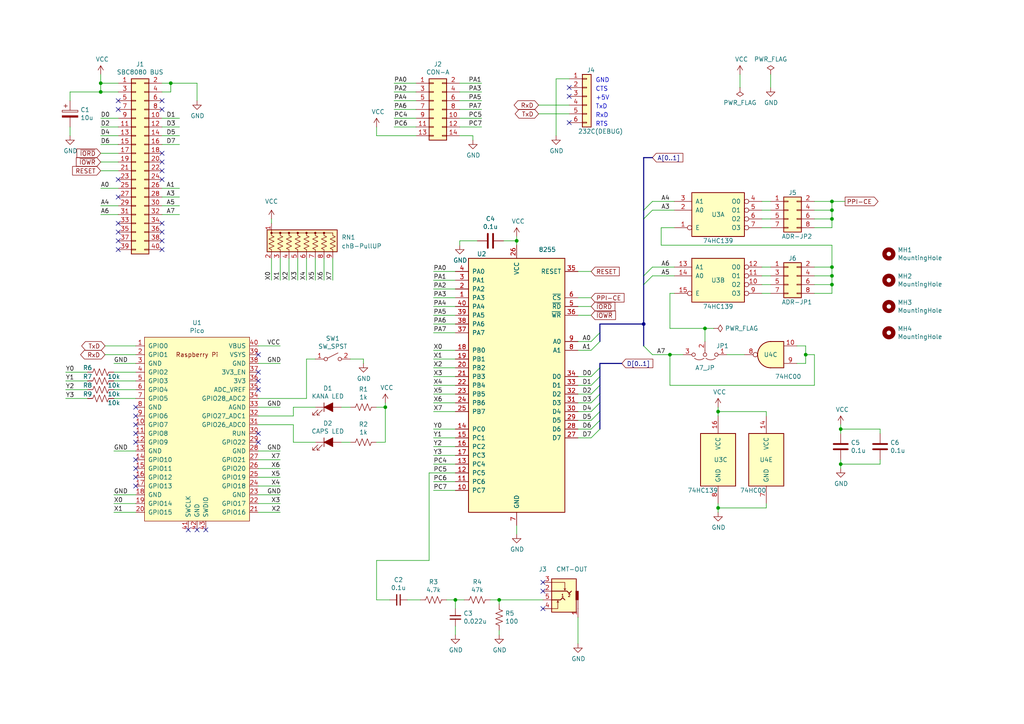
<source format=kicad_sch>
(kicad_sch (version 20211123) (generator eeschema)
  (paper "A4")
  (title_block (title "KZ80 USB-MSX Keyboard Adapter") (date "2021-08-08") (rev "2") (company "KUNI-NET"))
  (junction (at 194.31 102.87))
  (junction (at 241.3 58.42))
  (junction (at 111.76 118.11))
  (junction (at 29.21 24.13))
  (junction (at 144.78 173.99))
  (junction (at 204.47 95.25))
  (junction (at 243.84 134.62))
  (junction (at 132.08 173.99))
  (junction (at 49.53 24.13))
  (junction (at 241.3 77.47))
  (junction (at 241.3 82.55))
  (junction (at 29.21 26.67))
  (junction (at 243.84 124.46))
  (junction (at 241.3 80.01))
  (junction (at 208.28 119.38))
  (junction (at 208.28 147.32))
  (junction (at 186.69 93.98))
  (junction (at 233.68 102.87))
  (junction (at 241.3 60.96))
  (junction (at 149.86 69.85))
  (junction (at 241.3 63.5))
  (no_connect (at 46.99 52.07))
  (no_connect (at 46.99 44.45))
  (no_connect (at 34.29 29.21))
  (no_connect (at 39.37 138.43))
  (no_connect (at 34.29 64.77))
  (no_connect (at 34.29 67.31))
  (no_connect (at 39.37 118.11))
  (no_connect (at 39.37 120.65))
  (no_connect (at 74.93 102.87))
  (no_connect (at 57.15 153.67))
  (no_connect (at 54.61 153.67))
  (no_connect (at 46.99 46.99))
  (no_connect (at 39.37 133.35))
  (no_connect (at 46.99 69.85))
  (no_connect (at 157.48 168.91))
  (no_connect (at 39.37 125.73))
  (no_connect (at 34.29 72.39))
  (no_connect (at 165.1 25.4))
  (no_connect (at 157.48 176.53))
  (no_connect (at 74.93 125.73))
  (no_connect (at 34.29 52.07))
  (no_connect (at 74.93 128.27))
  (no_connect (at 34.29 69.85))
  (no_connect (at 39.37 135.89))
  (no_connect (at 46.99 29.21))
  (no_connect (at 165.1 35.56))
  (no_connect (at 165.1 27.94))
  (no_connect (at 34.29 31.75))
  (no_connect (at 34.29 57.15))
  (no_connect (at 46.99 49.53))
  (no_connect (at 46.99 72.39))
  (no_connect (at 39.37 140.97))
  (no_connect (at 74.93 107.95))
  (no_connect (at 157.48 171.45))
  (no_connect (at 74.93 110.49))
  (no_connect (at 39.37 128.27))
  (no_connect (at 74.93 113.03))
  (no_connect (at 46.99 64.77))
  (no_connect (at 39.37 123.19))
  (no_connect (at 46.99 31.75))
  (no_connect (at 59.69 153.67))
  (no_connect (at 46.99 67.31))
  (bus_entry (at 186.69 100.33) (size 2.54 2.54))
  (bus_entry (at 171.45 101.6) (size 2.54 -2.54))
  (bus_entry (at 171.45 121.92) (size 2.54 -2.54))
  (bus_entry (at 171.45 111.76) (size 2.54 -2.54))
  (bus_entry (at 171.45 109.22) (size 2.54 -2.54))
  (bus_entry (at 171.45 114.3) (size 2.54 -2.54))
  (bus_entry (at 186.69 63.5) (size 2.54 -2.54))
  (bus_entry (at 186.69 80.01) (size 2.54 -2.54))
  (bus_entry (at 171.45 119.38) (size 2.54 -2.54))
  (bus_entry (at 171.45 116.84) (size 2.54 -2.54))
  (bus_entry (at 171.45 127) (size 2.54 -2.54))
  (bus_entry (at 186.69 60.96) (size 2.54 -2.54))
  (bus_entry (at 171.45 99.06) (size 2.54 -2.54))
  (bus_entry (at 171.45 124.46) (size 2.54 -2.54))
  (bus_entry (at 186.69 82.55) (size 2.54 -2.54))
  (wire (pts (xy 220.98 58.42) (xy 223.52 58.42)))
  (wire (pts (xy 81.28 146.05) (xy 74.93 146.05)))
  (wire (pts (xy 85.09 128.27) (xy 91.44 128.27)))
  (bus (pts (xy 173.99 114.3) (xy 173.99 116.84)))
  (wire (pts (xy 208.28 147.32) (xy 208.28 148.59)))
  (wire (pts (xy 195.58 66.04) (xy 191.77 66.04)))
  (wire (pts (xy 167.64 121.92) (xy 171.45 121.92)))
  (wire (pts (xy 167.64 109.22) (xy 171.45 109.22)))
  (wire (pts (xy 142.24 173.99) (xy 144.78 173.99)))
  (wire (pts (xy 74.93 100.33) (xy 81.28 100.33)))
  (wire (pts (xy 167.64 91.44) (xy 171.45 91.44)))
  (wire (pts (xy 81.28 140.97) (xy 74.93 140.97)))
  (wire (pts (xy 46.99 57.15) (xy 52.07 57.15)))
  (wire (pts (xy 114.3 36.83) (xy 120.65 36.83)))
  (wire (pts (xy 29.21 41.91) (xy 34.29 41.91)))
  (wire (pts (xy 83.82 81.28) (xy 83.82 74.93)))
  (bus (pts (xy 173.99 93.98) (xy 186.69 93.98)))
  (wire (pts (xy 114.3 34.29) (xy 120.65 34.29)))
  (wire (pts (xy 33.02 107.95) (xy 39.37 107.95)))
  (wire (pts (xy 29.21 59.69) (xy 34.29 59.69)))
  (wire (pts (xy 88.9 81.28) (xy 88.9 74.93)))
  (wire (pts (xy 220.98 80.01) (xy 223.52 80.01)))
  (wire (pts (xy 29.21 26.67) (xy 34.29 26.67)))
  (wire (pts (xy 167.64 88.9) (xy 171.45 88.9)))
  (wire (pts (xy 243.84 133.35) (xy 243.84 134.62)))
  (wire (pts (xy 99.06 118.11) (xy 101.6 118.11)))
  (wire (pts (xy 222.25 147.32) (xy 222.25 146.05)))
  (wire (pts (xy 125.73 109.22) (xy 132.08 109.22)))
  (wire (pts (xy 167.64 127) (xy 171.45 127)))
  (wire (pts (xy 33.02 148.59) (xy 39.37 148.59)))
  (wire (pts (xy 88.9 115.57) (xy 74.93 115.57)))
  (wire (pts (xy 125.73 83.82) (xy 132.08 83.82)))
  (wire (pts (xy 233.68 102.87) (xy 233.68 105.41)))
  (wire (pts (xy 167.64 111.76) (xy 171.45 111.76)))
  (wire (pts (xy 220.98 77.47) (xy 223.52 77.47)))
  (wire (pts (xy 74.93 143.51) (xy 81.28 143.51)))
  (wire (pts (xy 133.35 34.29) (xy 139.7 34.29)))
  (wire (pts (xy 124.46 162.56) (xy 109.22 162.56)))
  (wire (pts (xy 189.23 58.42) (xy 195.58 58.42)))
  (wire (pts (xy 20.32 26.67) (xy 29.21 26.67)))
  (wire (pts (xy 144.78 173.99) (xy 144.78 175.26)))
  (wire (pts (xy 208.28 119.38) (xy 208.28 120.65)))
  (wire (pts (xy 233.68 100.33) (xy 233.68 102.87)))
  (wire (pts (xy 114.3 26.67) (xy 120.65 26.67)))
  (wire (pts (xy 214.63 21.59) (xy 214.63 25.4)))
  (wire (pts (xy 241.3 80.01) (xy 241.3 82.55)))
  (bus (pts (xy 186.69 45.72) (xy 186.69 60.96)))
  (wire (pts (xy 81.28 135.89) (xy 74.93 135.89)))
  (wire (pts (xy 125.73 129.54) (xy 132.08 129.54)))
  (wire (pts (xy 93.98 81.28) (xy 93.98 74.93)))
  (wire (pts (xy 133.35 69.85) (xy 138.43 69.85)))
  (wire (pts (xy 132.08 181.61) (xy 132.08 184.15)))
  (wire (pts (xy 125.73 78.74) (xy 132.08 78.74)))
  (wire (pts (xy 125.73 104.14) (xy 132.08 104.14)))
  (wire (pts (xy 49.53 26.67) (xy 49.53 24.13)))
  (wire (pts (xy 125.73 88.9) (xy 132.08 88.9)))
  (wire (pts (xy 241.3 77.47) (xy 241.3 80.01)))
  (bus (pts (xy 189.23 45.72) (xy 186.69 45.72)))
  (wire (pts (xy 33.02 143.51) (xy 39.37 143.51)))
  (wire (pts (xy 29.21 62.23) (xy 34.29 62.23)))
  (wire (pts (xy 144.78 182.88) (xy 144.78 184.15)))
  (wire (pts (xy 220.98 63.5) (xy 223.52 63.5)))
  (wire (pts (xy 220.98 82.55) (xy 223.52 82.55)))
  (bus (pts (xy 173.99 105.41) (xy 173.99 106.68)))
  (wire (pts (xy 46.99 62.23) (xy 52.07 62.23)))
  (wire (pts (xy 132.08 173.99) (xy 134.62 173.99)))
  (wire (pts (xy 46.99 41.91) (xy 52.07 41.91)))
  (wire (pts (xy 78.74 63.5) (xy 78.74 64.77)))
  (wire (pts (xy 19.05 113.03) (xy 25.4 113.03)))
  (wire (pts (xy 29.21 39.37) (xy 34.29 39.37)))
  (wire (pts (xy 91.44 81.28) (xy 91.44 74.93)))
  (wire (pts (xy 105.41 104.14) (xy 105.41 105.41)))
  (wire (pts (xy 109.22 162.56) (xy 109.22 173.99)))
  (wire (pts (xy 231.14 100.33) (xy 233.68 100.33)))
  (wire (pts (xy 208.28 146.05) (xy 208.28 147.32)))
  (wire (pts (xy 19.05 107.95) (xy 25.4 107.95)))
  (wire (pts (xy 194.31 102.87) (xy 194.31 111.76)))
  (wire (pts (xy 236.22 111.76) (xy 236.22 102.87)))
  (wire (pts (xy 194.31 95.25) (xy 204.47 95.25)))
  (wire (pts (xy 243.84 123.19) (xy 243.84 124.46)))
  (wire (pts (xy 46.99 26.67) (xy 49.53 26.67)))
  (wire (pts (xy 74.93 123.19) (xy 85.09 123.19)))
  (wire (pts (xy 29.21 21.59) (xy 29.21 24.13)))
  (wire (pts (xy 146.05 69.85) (xy 149.86 69.85)))
  (wire (pts (xy 125.73 81.28) (xy 132.08 81.28)))
  (wire (pts (xy 204.47 95.25) (xy 207.01 95.25)))
  (wire (pts (xy 125.73 134.62) (xy 132.08 134.62)))
  (wire (pts (xy 149.86 69.85) (xy 149.86 71.12)))
  (wire (pts (xy 29.21 54.61) (xy 34.29 54.61)))
  (wire (pts (xy 129.54 173.99) (xy 132.08 173.99)))
  (wire (pts (xy 125.73 132.08) (xy 132.08 132.08)))
  (wire (pts (xy 132.08 173.99) (xy 132.08 176.53)))
  (wire (pts (xy 241.3 58.42) (xy 241.3 60.96)))
  (wire (pts (xy 114.3 24.13) (xy 120.65 24.13)))
  (wire (pts (xy 96.52 81.28) (xy 96.52 74.93)))
  (wire (pts (xy 236.22 60.96) (xy 241.3 60.96)))
  (wire (pts (xy 114.3 29.21) (xy 120.65 29.21)))
  (wire (pts (xy 167.64 78.74) (xy 171.45 78.74)))
  (bus (pts (xy 173.99 109.22) (xy 173.99 111.76)))
  (wire (pts (xy 220.98 60.96) (xy 223.52 60.96)))
  (wire (pts (xy 191.77 66.04) (xy 191.77 71.12)))
  (wire (pts (xy 109.22 36.83) (xy 109.22 39.37)))
  (wire (pts (xy 245.11 58.42) (xy 241.3 58.42)))
  (wire (pts (xy 33.02 110.49) (xy 39.37 110.49)))
  (wire (pts (xy 74.93 148.59) (xy 81.28 148.59)))
  (wire (pts (xy 133.35 31.75) (xy 139.7 31.75)))
  (wire (pts (xy 223.52 21.59) (xy 223.52 25.4)))
  (wire (pts (xy 30.48 102.87) (xy 39.37 102.87)))
  (wire (pts (xy 33.02 115.57) (xy 39.37 115.57)))
  (wire (pts (xy 243.84 124.46) (xy 255.27 124.46)))
  (wire (pts (xy 20.32 36.83) (xy 20.32 39.37)))
  (wire (pts (xy 33.02 113.03) (xy 39.37 113.03)))
  (wire (pts (xy 91.44 104.14) (xy 88.9 104.14)))
  (wire (pts (xy 109.22 39.37) (xy 120.65 39.37)))
  (wire (pts (xy 167.64 101.6) (xy 171.45 101.6)))
  (wire (pts (xy 133.35 39.37) (xy 137.16 39.37)))
  (bus (pts (xy 173.99 116.84) (xy 173.99 119.38)))
  (wire (pts (xy 167.64 124.46) (xy 171.45 124.46)))
  (wire (pts (xy 49.53 24.13) (xy 57.15 24.13)))
  (wire (pts (xy 125.73 116.84) (xy 132.08 116.84)))
  (wire (pts (xy 85.09 123.19) (xy 85.09 128.27)))
  (wire (pts (xy 29.21 24.13) (xy 29.21 26.67)))
  (wire (pts (xy 33.02 105.41) (xy 39.37 105.41)))
  (wire (pts (xy 125.73 139.7) (xy 132.08 139.7)))
  (wire (pts (xy 189.23 80.01) (xy 195.58 80.01)))
  (wire (pts (xy 109.22 118.11) (xy 111.76 118.11)))
  (wire (pts (xy 46.99 54.61) (xy 52.07 54.61)))
  (wire (pts (xy 85.09 120.65) (xy 85.09 118.11)))
  (wire (pts (xy 144.78 173.99) (xy 157.48 173.99)))
  (wire (pts (xy 29.21 34.29) (xy 34.29 34.29)))
  (wire (pts (xy 137.16 39.37) (xy 137.16 40.64)))
  (wire (pts (xy 194.31 85.09) (xy 194.31 95.25)))
  (wire (pts (xy 149.86 152.4) (xy 149.86 154.94)))
  (bus (pts (xy 173.99 93.98) (xy 173.99 96.52)))
  (wire (pts (xy 57.15 24.13) (xy 57.15 29.21)))
  (wire (pts (xy 243.84 134.62) (xy 243.84 135.89)))
  (wire (pts (xy 46.99 34.29) (xy 52.07 34.29)))
  (wire (pts (xy 125.73 111.76) (xy 132.08 111.76)))
  (wire (pts (xy 125.73 142.24) (xy 132.08 142.24)))
  (wire (pts (xy 29.21 49.53) (xy 34.29 49.53)))
  (wire (pts (xy 125.73 96.52) (xy 132.08 96.52)))
  (wire (pts (xy 133.35 71.12) (xy 133.35 69.85)))
  (wire (pts (xy 33.02 130.81) (xy 39.37 130.81)))
  (wire (pts (xy 118.11 173.99) (xy 121.92 173.99)))
  (wire (pts (xy 81.28 138.43) (xy 74.93 138.43)))
  (wire (pts (xy 85.09 118.11) (xy 91.44 118.11)))
  (wire (pts (xy 194.31 102.87) (xy 198.12 102.87)))
  (wire (pts (xy 191.77 71.12) (xy 241.3 71.12)))
  (wire (pts (xy 74.93 118.11) (xy 81.28 118.11)))
  (wire (pts (xy 241.3 63.5) (xy 241.3 66.04)))
  (wire (pts (xy 81.28 81.28) (xy 81.28 74.93)))
  (wire (pts (xy 125.73 106.68) (xy 132.08 106.68)))
  (wire (pts (xy 171.45 86.36) (xy 167.64 86.36)))
  (bus (pts (xy 186.69 80.01) (xy 186.69 82.55)))
  (bus (pts (xy 173.99 96.52) (xy 173.99 99.06)))
  (bus (pts (xy 173.99 106.68) (xy 173.99 109.22)))
  (bus (pts (xy 186.69 82.55) (xy 186.69 93.98)))
  (wire (pts (xy 88.9 104.14) (xy 88.9 115.57)))
  (wire (pts (xy 233.68 105.41) (xy 231.14 105.41)))
  (wire (pts (xy 125.73 114.3) (xy 132.08 114.3)))
  (wire (pts (xy 204.47 95.25) (xy 204.47 99.06)))
  (wire (pts (xy 74.93 105.41) (xy 81.28 105.41)))
  (wire (pts (xy 78.74 81.28) (xy 78.74 74.93)))
  (wire (pts (xy 255.27 124.46) (xy 255.27 125.73)))
  (bus (pts (xy 186.69 60.96) (xy 186.69 63.5)))
  (wire (pts (xy 125.73 119.38) (xy 132.08 119.38)))
  (wire (pts (xy 236.22 63.5) (xy 241.3 63.5)))
  (wire (pts (xy 215.9 102.87) (xy 210.82 102.87)))
  (wire (pts (xy 194.31 111.76) (xy 236.22 111.76)))
  (wire (pts (xy 243.84 124.46) (xy 243.84 125.73)))
  (wire (pts (xy 167.64 114.3) (xy 171.45 114.3)))
  (wire (pts (xy 29.21 36.83) (xy 34.29 36.83)))
  (bus (pts (xy 173.99 105.41) (xy 180.34 105.41)))
  (wire (pts (xy 241.3 60.96) (xy 241.3 63.5)))
  (wire (pts (xy 167.64 116.84) (xy 171.45 116.84)))
  (wire (pts (xy 194.31 85.09) (xy 195.58 85.09)))
  (wire (pts (xy 133.35 24.13) (xy 139.7 24.13)))
  (wire (pts (xy 19.05 115.57) (xy 25.4 115.57)))
  (wire (pts (xy 114.3 31.75) (xy 120.65 31.75)))
  (wire (pts (xy 124.46 137.16) (xy 124.46 162.56)))
  (wire (pts (xy 33.02 146.05) (xy 39.37 146.05)))
  (wire (pts (xy 86.36 81.28) (xy 86.36 74.93)))
  (wire (pts (xy 167.64 119.38) (xy 171.45 119.38)))
  (wire (pts (xy 220.98 66.04) (xy 223.52 66.04)))
  (bus (pts (xy 186.69 63.5) (xy 186.69 80.01)))
  (wire (pts (xy 29.21 44.45) (xy 34.29 44.45)))
  (wire (pts (xy 222.25 119.38) (xy 222.25 120.65)))
  (wire (pts (xy 156.21 30.48) (xy 165.1 30.48)))
  (wire (pts (xy 241.3 85.09) (xy 236.22 85.09)))
  (wire (pts (xy 208.28 147.32) (xy 222.25 147.32)))
  (wire (pts (xy 236.22 80.01) (xy 241.3 80.01)))
  (wire (pts (xy 124.46 137.16) (xy 132.08 137.16)))
  (wire (pts (xy 161.29 22.86) (xy 161.29 39.37)))
  (wire (pts (xy 46.99 24.13) (xy 49.53 24.13)))
  (bus (pts (xy 186.69 93.98) (xy 186.69 100.33)))
  (wire (pts (xy 236.22 102.87) (xy 233.68 102.87)))
  (wire (pts (xy 208.28 118.11) (xy 208.28 119.38)))
  (bus (pts (xy 173.99 111.76) (xy 173.99 114.3)))
  (wire (pts (xy 255.27 134.62) (xy 243.84 134.62)))
  (wire (pts (xy 109.22 173.99) (xy 113.03 173.99)))
  (wire (pts (xy 165.1 22.86) (xy 161.29 22.86)))
  (wire (pts (xy 30.48 100.33) (xy 39.37 100.33)))
  (wire (pts (xy 19.05 110.49) (xy 25.4 110.49)))
  (wire (pts (xy 255.27 133.35) (xy 255.27 134.62)))
  (wire (pts (xy 189.23 77.47) (xy 195.58 77.47)))
  (wire (pts (xy 46.99 39.37) (xy 52.07 39.37)))
  (wire (pts (xy 34.29 46.99) (xy 29.21 46.99)))
  (wire (pts (xy 236.22 77.47) (xy 241.3 77.47)))
  (wire (pts (xy 99.06 128.27) (xy 101.6 128.27)))
  (wire (pts (xy 81.28 133.35) (xy 74.93 133.35)))
  (wire (pts (xy 167.64 179.07) (xy 167.64 186.69)))
  (wire (pts (xy 46.99 59.69) (xy 52.07 59.69)))
  (wire (pts (xy 101.6 104.14) (xy 105.41 104.14)))
  (wire (pts (xy 125.73 124.46) (xy 132.08 124.46)))
  (bus (pts (xy 173.99 119.38) (xy 173.99 121.92)))
  (wire (pts (xy 125.73 86.36) (xy 132.08 86.36)))
  (wire (pts (xy 156.21 33.02) (xy 165.1 33.02)))
  (wire (pts (xy 167.64 99.06) (xy 171.45 99.06)))
  (wire (pts (xy 241.3 66.04) (xy 236.22 66.04)))
  (wire (pts (xy 74.93 120.65) (xy 85.09 120.65)))
  (wire (pts (xy 189.23 102.87) (xy 194.31 102.87)))
  (bus (pts (xy 173.99 121.92) (xy 173.99 124.46)))
  (wire (pts (xy 46.99 36.83) (xy 52.07 36.83)))
  (wire (pts (xy 241.3 71.12) (xy 241.3 77.47)))
  (wire (pts (xy 111.76 118.11) (xy 111.76 116.84)))
  (wire (pts (xy 125.73 93.98) (xy 132.08 93.98)))
  (wire (pts (xy 149.86 68.58) (xy 149.86 69.85)))
  (wire (pts (xy 133.35 29.21) (xy 139.7 29.21)))
  (wire (pts (xy 125.73 101.6) (xy 132.08 101.6)))
  (wire (pts (xy 241.3 82.55) (xy 241.3 85.09)))
  (wire (pts (xy 133.35 26.67) (xy 139.7 26.67)))
  (wire (pts (xy 236.22 82.55) (xy 241.3 82.55)))
  (wire (pts (xy 20.32 29.21) (xy 20.32 26.67)))
  (wire (pts (xy 34.29 24.13) (xy 29.21 24.13)))
  (wire (pts (xy 236.22 58.42) (xy 241.3 58.42)))
  (wire (pts (xy 111.76 128.27) (xy 109.22 128.27)))
  (wire (pts (xy 74.93 130.81) (xy 81.28 130.81)))
  (wire (pts (xy 208.28 119.38) (xy 222.25 119.38)))
  (wire (pts (xy 111.76 118.11) (xy 111.76 128.27)))
  (wire (pts (xy 220.98 85.09) (xy 223.52 85.09)))
  (wire (pts (xy 133.35 36.83) (xy 139.7 36.83)))
  (wire (pts (xy 125.73 127) (xy 132.08 127)))
  (wire (pts (xy 125.73 91.44) (xy 132.08 91.44)))
  (wire (pts (xy 189.23 60.96) (xy 195.58 60.96)))
  (text "CTS" (at 172.72 26.67 0) (effects (font (size 1.27 1.27)) (justify left bottom)))
  (text "+5V" (at 172.72 29.21 0) (effects (font (size 1.27 1.27)) (justify left bottom)))
  (text "GND" (at 172.72 24.13 0) (effects (font (size 1.27 1.27)) (justify left bottom)))
  (text "RTS" (at 172.72 36.83 0) (effects (font (size 1.27 1.27)) (justify left bottom)))
  (text "RxD" (at 172.72 34.29 0) (effects (font (size 1.27 1.27)) (justify left bottom)))
  (text "TxD" (at 172.72 31.75 0) (effects (font (size 1.27 1.27)) (justify left bottom)))
  (label "D3" (at 168.91 116.84 0))
  (label "X7" (at 96.52 81.28 90))
  (label "GND" (at 33.02 130.81 0))
  (label "A3" (at 191.77 60.96 0))
  (label "Y1" (at 19.05 110.49 0))
  (label "X5" (at 125.73 114.3 0))
  (label "PC4" (at 125.73 134.62 0))
  (label "X3" (at 86.36 81.28 90))
  (label "D6" (at 168.91 124.46 0))
  (label "D4" (at 168.91 119.38 0))
  (label "Y1" (at 125.73 127 0))
  (label "PA6" (at 114.3 31.75 0))
  (label "PC4" (at 114.3 34.29 0))
  (label "X3" (at 81.28 146.05 180))
  (label "X1" (at 81.28 81.28 90))
  (label "A1" (at 48.26 54.61 0))
  (label "X6" (at 125.73 116.84 0))
  (label "PA1" (at 135.89 24.13 0))
  (label "D7" (at 48.26 41.91 0))
  (label "A0" (at 168.91 99.06 0))
  (label "PC5" (at 135.89 34.29 0))
  (label "PA7" (at 125.73 96.52 0))
  (label "PA7" (at 135.89 31.75 0))
  (label "PA4" (at 114.3 29.21 0))
  (label "PC6" (at 114.3 36.83 0))
  (label "Y0" (at 19.05 107.95 0))
  (label "A4" (at 191.77 58.42 0))
  (label "GND" (at 77.47 130.81 0))
  (label "X7" (at 81.28 133.35 180))
  (label "Y0" (at 125.73 124.46 0))
  (label "Y3" (at 19.05 115.57 0))
  (label "D7" (at 168.91 127 0))
  (label "PA3" (at 125.73 86.36 0))
  (label "X4" (at 81.28 140.97 180))
  (label "PA5" (at 135.89 29.21 0))
  (label "A7" (at 48.26 62.23 0))
  (label "A3" (at 48.26 57.15 0))
  (label "PA1" (at 125.73 81.28 0))
  (label "D1" (at 168.91 111.76 0))
  (label "X1" (at 125.73 104.14 0))
  (label "D0" (at 29.21 34.29 0))
  (label "PA0" (at 114.3 24.13 0))
  (label "X4" (at 125.73 111.76 0))
  (label "A0" (at 29.21 54.61 0))
  (label "A6" (at 191.77 77.47 0))
  (label "X7" (at 125.73 119.38 0))
  (label "X2" (at 83.82 81.28 90))
  (label "GND" (at 77.47 118.11 0))
  (label "X1" (at 33.02 148.59 0))
  (label "X6" (at 93.98 81.28 90))
  (label "A1" (at 168.91 101.6 0))
  (label "Y2" (at 19.05 113.03 0))
  (label "X6" (at 81.28 135.89 180))
  (label "A5" (at 191.77 80.01 0))
  (label "X2" (at 125.73 106.68 0))
  (label "PC6" (at 125.73 139.7 0))
  (label "Y2" (at 125.73 129.54 0))
  (label "A7" (at 190.5 102.87 0))
  (label "PC7" (at 135.89 36.83 0))
  (label "X3" (at 125.73 109.22 0))
  (label "D4" (at 29.21 39.37 0))
  (label "GND" (at 33.02 105.41 0))
  (label "X5" (at 91.44 81.28 90))
  (label "VCC" (at 77.47 100.33 0))
  (label "PA2" (at 125.73 83.82 0))
  (label "A6" (at 29.21 62.23 0))
  (label "D6" (at 29.21 41.91 0))
  (label "X4" (at 88.9 81.28 90))
  (label "X5" (at 81.28 138.43 180))
  (label "PA5" (at 125.73 91.44 0))
  (label "X0" (at 125.73 101.6 0))
  (label "D2" (at 29.21 36.83 0))
  (label "GND" (at 77.47 143.51 0))
  (label "A5" (at 48.26 59.69 0))
  (label "PA6" (at 125.73 93.98 0))
  (label "PA0" (at 125.73 78.74 0))
  (label "X2" (at 78.74 148.59 0))
  (label "PA4" (at 125.73 88.9 0))
  (label "D1" (at 48.26 34.29 0))
  (label "D5" (at 168.91 121.92 0))
  (label "GND" (at 33.02 143.51 0))
  (label "D0" (at 168.91 109.22 0))
  (label "PA2" (at 114.3 26.67 0))
  (label "PC5" (at 125.73 137.16 0))
  (label "D5" (at 48.26 39.37 0))
  (label "Y3" (at 125.73 132.08 0))
  (label "GND" (at 77.47 105.41 0))
  (label "A4" (at 29.21 59.69 0))
  (label "PA3" (at 135.89 26.67 0))
  (label "X0" (at 33.02 146.05 0))
  (label "D3" (at 48.26 36.83 0))
  (label "D2" (at 168.91 114.3 0))
  (label "PC7" (at 125.73 142.24 0))
  (label "X0" (at 78.74 81.28 90))
  (global_label "PPI-CE" (shape output) (at 245.11 58.42 0) (property "シート間のリファレンス" "${INTERSHEET_REFS}" (effects hide)))
  (global_label "RxD" (shape bidirectional) (at 30.48 102.87 180) (property "シート間のリファレンス" "${INTERSHEET_REFS}" (effects hide)))
  (global_label "RESET" (shape input) (at 29.21 49.53 180) (property "シート間のリファレンス" "${INTERSHEET_REFS}" (effects hide)))
  (global_label "~{IOWR}" (shape input) (at 29.21 46.99 180) (property "シート間のリファレンス" "${INTERSHEET_REFS}" (effects hide)))
  (global_label "~{IORD}" (shape input) (at 29.21 44.45 180) (property "シート間のリファレンス" "${INTERSHEET_REFS}" (effects hide)))
  (global_label "RxD" (shape bidirectional) (at 156.21 30.48 180) (property "シート間のリファレンス" "${INTERSHEET_REFS}" (effects hide)))
  (global_label "TxD" (shape bidirectional) (at 156.21 33.02 180) (property "シート間のリファレンス" "${INTERSHEET_REFS}" (effects hide)))
  (global_label "RESET" (shape input) (at 171.45 78.74 0) (property "シート間のリファレンス" "${INTERSHEET_REFS}" (effects hide)))
  (global_label "A[0..1]" (shape input) (at 189.23 45.72 0) (property "シート間のリファレンス" "${INTERSHEET_REFS}" (effects hide)))
  (global_label "~{IOWR}" (shape input) (at 171.45 91.44 0) (property "シート間のリファレンス" "${INTERSHEET_REFS}" (effects hide)))
  (global_label "PPI-CE" (shape input) (at 171.45 86.36 0) (property "シート間のリファレンス" "${INTERSHEET_REFS}" (effects hide)))
  (global_label "~{IORD}" (shape input) (at 171.45 88.9 0) (property "シート間のリファレンス" "${INTERSHEET_REFS}" (effects hide)))
  (global_label "D[0..1]" (shape input) (at 180.34 105.41 0) (property "シート間のリファレンス" "${INTERSHEET_REFS}" (effects hide)))
  (global_label "TxD" (shape bidirectional) (at 30.48 100.33 180) (property "シート間のリファレンス" "${INTERSHEET_REFS}" (effects hide)))
  (symbol (lib_id "Interface:8255") (at 149.86 111.76 0) (mirror y) (unit 1)
    (property "Reference" "U2" (at 139.7 73.66 0))
    (property "Value" "8255" (at 158.75 72.39 0))
    (property "Footprint" "Package_DIP:DIP-40_W15.24mm_Socket" (effects hide))
    (property "Datasheet" "http://aturing.umcs.maine.edu/~meadow/courses/cos335/Intel8255A.pdf" (effects hide))
  )
  (symbol (lib_id "74xx:74LS139") (at 208.28 60.96 0) (unit 1)
    (property "Reference" "U3" (at 208.28 62.23 0))
    (property "Value" "74HC139" (at 208.28 69.85 0))
    (property "Footprint" "Package_DIP:DIP-16_W7.62mm_LongPads" (effects hide))
    (property "Datasheet" "http://www.ti.com/lit/gpn/sn74LS139" (effects hide))
  )
  (symbol (lib_id "74xx:74LS139") (at 208.28 80.01 0) (unit 2)
    (property "Reference" "U3" (at 208.28 81.28 0))
    (property "Value" "74HC139" (at 208.28 88.9 0))
    (property "Footprint" "Package_DIP:DIP-16_W7.62mm_LongPads" (effects hide))
    (property "Datasheet" "http://www.ti.com/lit/gpn/sn74LS139" (effects hide))
  )
  (symbol (lib_id "74xx:74LS139") (at 208.28 133.35 0) (unit 3)
    (property "Reference" "U3" (at 207.01 133.35 0) (effects (justify left)))
    (property "Value" "74HC139" (at 199.39 142.24 0) (effects (justify left)))
    (property "Footprint" "Package_DIP:DIP-16_W7.62mm_LongPads" (effects hide))
    (property "Datasheet" "http://www.ti.com/lit/gpn/sn74LS139" (effects hide))
  )
  (symbol (lib_id "power:GND") (at 149.86 154.94 0) (unit 1)
    (property "Reference" "#PWR0101" (effects hide))
    (property "Value" "GND" (at 149.987 159.3342 0))
  )
  (symbol (lib_id "Connector_Generic:Conn_02x04_Odd_Even") (at 228.6 80.01 0) (unit 1)
    (property "Reference" "J6" (at 229.87 74.93 0))
    (property "Value" "ADR-JP1" (at 231.14 87.63 0))
    (property "Footprint" "Connector_PinHeader_2.54mm:PinHeader_2x04_P2.54mm_Vertical" (effects hide))
  )
  (symbol (lib_id "Connector_Generic:Conn_02x04_Odd_Even") (at 228.6 60.96 0) (unit 1)
    (property "Reference" "J5" (at 229.87 55.88 0))
    (property "Value" "ADR-JP2" (at 231.14 68.58 0))
    (property "Footprint" "Connector_PinHeader_2.54mm:PinHeader_2x04_P2.54mm_Vertical" (effects hide))
  )
  (symbol (lib_id "Jumper:Jumper_3_Open") (at 204.47 102.87 180) (unit 1)
    (property "Reference" "JP1" (at 209.55 100.33 0))
    (property "Value" "A7_JP" (at 204.47 106.68 0))
    (property "Footprint" "Connector_PinHeader_2.54mm:PinHeader_1x03_P2.54mm_Vertical" (effects hide))
  )
  (symbol (lib_id "power:VCC") (at 149.86 68.58 0) (unit 1)
    (property "Reference" "#PWR0102" (effects hide))
    (property "Value" "VCC" (at 150.2918 64.1858 0))
  )
  (symbol (lib_id "power:VCC") (at 208.28 118.11 0) (unit 1)
    (property "Reference" "#PWR0103" (effects hide))
    (property "Value" "VCC" (at 208.7118 113.7158 0))
  )
  (symbol (lib_id "power:GND") (at 208.28 148.59 0) (unit 1)
    (property "Reference" "#PWR0104" (effects hide))
    (property "Value" "GND" (at 208.407 152.9842 0))
  )
  (symbol (lib_id "Connector_Generic:Conn_02x20_Odd_Even") (at 39.37 46.99 0) (unit 1)
    (property "Reference" "J1" (at 40.64 18.6182 0))
    (property "Value" "SBC8080 BUS" (at 40.64 20.9296 0))
    (property "Footprint" "Connector_PinHeader_2.54mm:PinHeader_2x20_P2.54mm_Horizontal" (effects hide))
  )
  (symbol (lib_id "power:VCC") (at 29.21 21.59 0) (unit 1)
    (property "Reference" "#PWR0105" (effects hide))
    (property "Value" "VCC" (at 29.6418 17.1958 0))
  )
  (symbol (lib_id "power:GND") (at 57.15 29.21 0) (unit 1)
    (property "Reference" "#PWR0106" (effects hide))
    (property "Value" "GND" (at 57.277 33.6042 0))
  )
  (symbol (lib_id "power:VCC") (at 243.84 123.19 0) (unit 1)
    (property "Reference" "#PWR0107" (effects hide))
    (property "Value" "VCC" (at 244.2718 118.7958 0))
  )
  (symbol (lib_id "power:GND") (at 243.84 135.89 0) (unit 1)
    (property "Reference" "#PWR0108" (effects hide))
    (property "Value" "GND" (at 243.967 140.2842 0))
  )
  (symbol (lib_id "Device:CP") (at 20.32 33.02 0) (unit 1)
    (property "Reference" "C1" (at 23.3172 31.8516 0) (effects (justify left)))
    (property "Value" "10u" (at 23.3172 34.163 0) (effects (justify left)))
    (property "Footprint" "Capacitor_THT:CP_Radial_D5.0mm_P2.50mm" (effects hide))
  )
  (symbol (lib_id "Device:C") (at 142.24 69.85 90) (unit 1)
    (property "Reference" "C4" (at 142.24 63.4492 90))
    (property "Value" "0.1u" (at 142.24 65.7606 90))
    (property "Footprint" "Capacitor_THT:C_Disc_D3.0mm_W1.6mm_P2.50mm" (effects hide))
  )
  (symbol (lib_id "power:GND") (at 133.35 71.12 0) (unit 1)
    (property "Reference" "#PWR0109" (effects hide))
    (property "Value" "GND" (at 133.477 75.5142 0))
  )
  (symbol (lib_id "power:GND") (at 20.32 39.37 0) (unit 1)
    (property "Reference" "#PWR0110" (effects hide))
    (property "Value" "GND" (at 20.447 43.7642 0))
  )
  (symbol (lib_id "Device:C") (at 243.84 129.54 0) (unit 1)
    (property "Reference" "C5" (at 246.761 128.3716 0) (effects (justify left)))
    (property "Value" "0.1u" (at 246.761 130.683 0) (effects (justify left)))
    (property "Footprint" "Capacitor_THT:C_Disc_D3.0mm_W1.6mm_P2.50mm" (effects hide))
  )
  (symbol (lib_id "Device:C") (at 255.27 129.54 0) (unit 1)
    (property "Reference" "C6" (at 258.191 128.3716 0) (effects (justify left)))
    (property "Value" "0.1u" (at 258.191 130.683 0) (effects (justify left)))
    (property "Footprint" "Capacitor_THT:C_Disc_D3.0mm_W1.6mm_P2.50mm" (effects hide))
  )
  (symbol (lib_id "74xx:74HC00") (at 222.25 133.35 0) (mirror y) (unit 5)
    (property "Reference" "U4" (at 222.25 133.35 0))
    (property "Value" "74HC00" (at 218.44 142.24 0))
    (property "Footprint" "Package_DIP:DIP-14_W7.62mm_Socket" (effects hide))
    (property "Datasheet" "http://www.ti.com/lit/gpn/sn74hc00" (effects hide))
  )
  (symbol (lib_id "74xx:74HC00") (at 223.52 102.87 180) (unit 3)
    (property "Reference" "U4" (at 223.52 102.87 0))
    (property "Value" "74HC00" (at 228.6 109.22 0))
    (property "Footprint" "Package_DIP:DIP-14_W7.62mm_Socket" (effects hide))
    (property "Datasheet" "http://www.ti.com/lit/gpn/sn74hc00" (effects hide))
  )
  (symbol (lib_id "Connector_Generic:Conn_01x06") (at 170.18 27.94 0) (unit 1)
    (property "Reference" "J4" (at 170.18 20.32 0) (effects (justify left)))
    (property "Value" "232C(DEBUG)" (at 167.64 38.1 0) (effects (justify left)))
    (property "Footprint" "Connector_PinHeader_2.54mm:PinHeader_1x06_P2.54mm_Horizontal" (effects hide))
  )
  (symbol (lib_id "power:GND") (at 161.29 39.37 0) (unit 1)
    (property "Reference" "#PWR0111" (effects hide))
    (property "Value" "GND" (at 161.417 43.7642 0))
  )
  (symbol (lib_id "power:VCC") (at 214.63 21.59 0) (unit 1)
    (property "Reference" "#PWR0112" (effects hide))
    (property "Value" "VCC" (at 215.0618 17.1958 0))
  )
  (symbol (lib_id "power:GND") (at 223.52 25.4 0) (unit 1)
    (property "Reference" "#PWR0113" (effects hide))
    (property "Value" "GND" (at 223.647 29.7942 0))
  )
  (symbol (lib_id "power:PWR_FLAG") (at 223.52 21.59 0) (unit 1)
    (property "Reference" "#FLG0101" (effects hide))
    (property "Value" "PWR_FLAG" (at 223.52 17.1704 0))
  )
  (symbol (lib_id "power:PWR_FLAG") (at 214.63 25.4 180) (unit 1)
    (property "Reference" "#FLG0102" (effects hide))
    (property "Value" "PWR_FLAG" (at 214.63 29.7942 0))
  )
  (symbol (lib_id "power:PWR_FLAG") (at 207.01 95.25 270) (unit 1)
    (property "Reference" "#FLG0103" (effects hide))
    (property "Value" "PWR_FLAG" (at 210.2612 95.25 90) (effects (justify left)))
  )
  (symbol (lib_id "Connector_Generic:Conn_02x07_Odd_Even") (at 125.73 31.75 0) (unit 1)
    (property "Reference" "J2" (at 127 18.6182 0))
    (property "Value" "CON-A" (at 127 20.9296 0))
    (property "Footprint" "Connector_PinHeader_2.54mm:PinHeader_2x07_P2.54mm_Vertical" (effects hide))
  )
  (symbol (lib_id "power:VCC") (at 109.22 36.83 0) (unit 1)
    (property "Reference" "#PWR0114" (effects hide))
    (property "Value" "VCC" (at 109.6518 32.4358 0))
  )
  (symbol (lib_id "power:GND") (at 137.16 40.64 0) (unit 1)
    (property "Reference" "#PWR0115" (effects hide))
    (property "Value" "GND" (at 137.287 45.0342 0))
  )
  (symbol (lib_id "Mechanical:MountingHole") (at 257.81 73.66 0) (unit 1)
    (property "Reference" "MH1" (at 260.35 72.4916 0) (effects (justify left)))
    (property "Value" "MountingHole" (at 260.35 74.803 0) (effects (justify left)))
    (property "Footprint" "MountingHole:MountingHole_3.2mm_M3" (effects hide))
  )
  (symbol (lib_id "Mechanical:MountingHole") (at 257.81 81.28 0) (unit 1)
    (property "Reference" "MH2" (at 260.35 80.1116 0) (effects (justify left)))
    (property "Value" "MountingHole" (at 260.35 82.423 0) (effects (justify left)))
    (property "Footprint" "MountingHole:MountingHole_3.2mm_M3" (effects hide))
  )
  (symbol (lib_id "Mechanical:MountingHole") (at 257.81 88.9 0) (unit 1)
    (property "Reference" "MH3" (at 260.35 87.7316 0) (effects (justify left)))
    (property "Value" "MountingHole" (at 260.35 90.043 0) (effects (justify left)))
    (property "Footprint" "MountingHole:MountingHole_3.2mm_M3" (effects hide))
  )
  (symbol (lib_id "Mechanical:MountingHole") (at 257.81 96.52 0) (unit 1)
    (property "Reference" "MH4" (at 260.35 95.3516 0) (effects (justify left)))
    (property "Value" "MountingHole" (at 260.35 97.663 0) (effects (justify left)))
    (property "Footprint" "MountingHole:MountingHole_3.2mm_M3" (effects hide))
  )
  (symbol (lib_id "Device:C_Small") (at 115.57 173.99 270) (unit 1)
    (property "Reference" "C2" (at 115.57 168.1734 90))
    (property "Value" "0.1u" (at 115.57 170.4848 90))
    (property "Footprint" "Capacitor_THT:C_Disc_D3.0mm_W1.6mm_P2.50mm" (effects hide))
  )
  (symbol (lib_id "Device:R_US") (at 125.73 173.99 270) (unit 1)
    (property "Reference" "R3" (at 125.73 168.783 90))
    (property "Value" "4.7k" (at 125.73 171.0944 90))
    (property "Footprint" "Resistor_THT:R_Axial_DIN0207_L6.3mm_D2.5mm_P10.16mm_Horizontal" (effects hide))
  )
  (symbol (lib_id "Device:R_US") (at 138.43 173.99 270) (unit 1)
    (property "Reference" "R4" (at 138.43 168.783 90))
    (property "Value" "47k" (at 138.43 171.0944 90))
    (property "Footprint" "Resistor_THT:R_Axial_DIN0207_L6.3mm_D2.5mm_P10.16mm_Horizontal" (effects hide))
  )
  (symbol (lib_id "Device:C_Small") (at 132.08 179.07 0) (unit 1)
    (property "Reference" "C3" (at 134.4168 177.9016 0) (effects (justify left)))
    (property "Value" "0.022u" (at 134.4168 180.213 0) (effects (justify left)))
    (property "Footprint" "Capacitor_THT:C_Disc_D3.0mm_W1.6mm_P2.50mm" (effects hide))
  )
  (symbol (lib_id "power:GND") (at 132.08 184.15 0) (unit 1)
    (property "Reference" "#PWR0116" (effects hide))
    (property "Value" "GND" (at 132.207 188.5442 0))
  )
  (symbol (lib_id "Device:R_US") (at 144.78 179.07 0) (unit 1)
    (property "Reference" "R5" (at 146.5072 177.9016 0) (effects (justify left)))
    (property "Value" "100" (at 146.5072 180.213 0) (effects (justify left)))
    (property "Footprint" "Resistor_THT:R_Axial_DIN0207_L6.3mm_D2.5mm_P10.16mm_Horizontal" (effects hide))
  )
  (symbol (lib_id "power:GND") (at 144.78 184.15 0) (unit 1)
    (property "Reference" "#PWR0117" (effects hide))
    (property "Value" "GND" (at 144.907 188.5442 0))
  )
  (symbol (lib_id "power:GND") (at 167.64 186.69 0) (unit 1)
    (property "Reference" "#PWR0118" (effects hide))
    (property "Value" "GND" (at 167.767 191.0842 0))
  )
  (symbol (lib_id "AJ-1780:Audio-Jack-3_2Switches") (at 162.56 173.99 0) (mirror y) (unit 1)
    (property "Reference" "J3" (at 156.21 165.1 0) (effects (justify right)))
    (property "Value" "CMT-OUT" (at 161.29 165.1 0) (effects (justify right)))
    (property "Footprint" "AJ-1780:AJ-1780" (effects hide))
  )
  (symbol (lib_id "Device:LED_ALT") (at 95.25 118.11 0) (unit 1)
    (property "Reference" "D1" (at 95.0722 112.6236 0))
    (property "Value" "KANA LED" (at 95.0722 114.935 0))
    (property "Footprint" "LED_THT:LED_D3.0mm" (effects hide))
  )
  (symbol (lib_id "Device:LED_ALT") (at 95.25 128.27 0) (unit 1)
    (property "Reference" "D2" (at 95.0722 122.7836 0))
    (property "Value" "CAPS LED" (at 95.0722 125.095 0))
    (property "Footprint" "LED_THT:LED_D3.0mm" (effects hide))
  )
  (symbol (lib_id "Device:R_US") (at 105.41 118.11 270) (unit 1)
    (property "Reference" "R1" (at 105.41 112.903 90))
    (property "Value" "1k" (at 105.41 115.2144 90))
    (property "Footprint" "Resistor_THT:R_Axial_DIN0207_L6.3mm_D2.5mm_P10.16mm_Horizontal" (effects hide))
  )
  (symbol (lib_id "Device:R_US") (at 105.41 128.27 270) (unit 1)
    (property "Reference" "R2" (at 105.41 123.063 90))
    (property "Value" "1k" (at 105.41 125.3744 90))
    (property "Footprint" "Resistor_THT:R_Axial_DIN0207_L6.3mm_D2.5mm_P10.16mm_Horizontal" (effects hide))
  )
  (symbol (lib_id "power:VCC") (at 111.76 116.84 0) (unit 1)
    (property "Reference" "#PWR0119" (effects hide))
    (property "Value" "VCC" (at 112.1918 112.4458 0))
  )
  (symbol (lib_id "Switch:SW_SPST") (at 96.52 104.14 0) (unit 1)
    (property "Reference" "SW1" (at 96.52 98.171 0))
    (property "Value" "SW_SPST" (at 96.52 100.4824 0))
    (property "Footprint" "Connector_PinHeader_2.54mm:PinHeader_1x03_P2.54mm_Vertical" (effects hide))
  )
  (symbol (lib_id "power:GND") (at 105.41 105.41 0) (unit 1)
    (property "Reference" "#PWR0120" (effects hide))
    (property "Value" "GND" (at 105.537 109.8042 0))
  )
  (symbol (lib_id "RPi_Pico:Pico") (at 57.15 124.46 0) (unit 1)
    (property "Reference" "U1" (at 57.15 93.599 0))
    (property "Value" "Pico" (at 57.15 95.9104 0))
    (property "Footprint" "RPi_Pico:RPi_Pico_SMD_TH" (effects hide))
  )
  (symbol (lib_id "Device:R_US") (at 29.21 107.95 270) (unit 1)
    (property "Reference" "R6" (at 25.4 106.68 90))
    (property "Value" "10k" (at 33.02 109.22 90))
    (property "Footprint" "Resistor_THT:R_Axial_DIN0207_L6.3mm_D2.5mm_P10.16mm_Horizontal" (effects hide))
  )
  (symbol (lib_id "Device:R_US") (at 29.21 110.49 270) (unit 1)
    (property "Reference" "R7" (at 25.4 109.22 90))
    (property "Value" "10k" (at 33.02 111.76 90))
    (property "Footprint" "Resistor_THT:R_Axial_DIN0207_L6.3mm_D2.5mm_P10.16mm_Horizontal" (effects hide))
  )
  (symbol (lib_id "Device:R_US") (at 29.21 113.03 270) (unit 1)
    (property "Reference" "R8" (at 25.4 111.76 90))
    (property "Value" "10k" (at 33.02 114.3 90))
    (property "Footprint" "Resistor_THT:R_Axial_DIN0207_L6.3mm_D2.5mm_P10.16mm_Horizontal" (effects hide))
  )
  (symbol (lib_id "Device:R_US") (at 29.21 115.57 270) (unit 1)
    (property "Reference" "R9" (at 25.4 114.3 90))
    (property "Value" "10k" (at 33.02 116.84 90))
    (property "Footprint" "Resistor_THT:R_Axial_DIN0207_L6.3mm_D2.5mm_P10.16mm_Horizontal" (effects hide))
  )
  (symbol (lib_id "power:VCC") (at 78.74 63.5 0) (unit 1)
    (property "Reference" "#PWR0121" (effects hide))
    (property "Value" "VCC" (at 78.74 58.42 0))
  )
  (symbol (lib_id "Device:R_Network08_US") (at 88.9 69.85 0) (unit 1)
    (property "Reference" "RN1" (at 99.06 68.8339 0) (effects (justify left)))
    (property "Value" "chB-PullUP" (at 99.06 71.3739 0) (effects (justify left)))
    (property "Footprint" "Resistor_THT:R_Array_SIP9" (effects hide))
    (property "Datasheet" "http://www.vishay.com/docs/31509/csc.pdf" (effects hide))
  )
)
</source>
